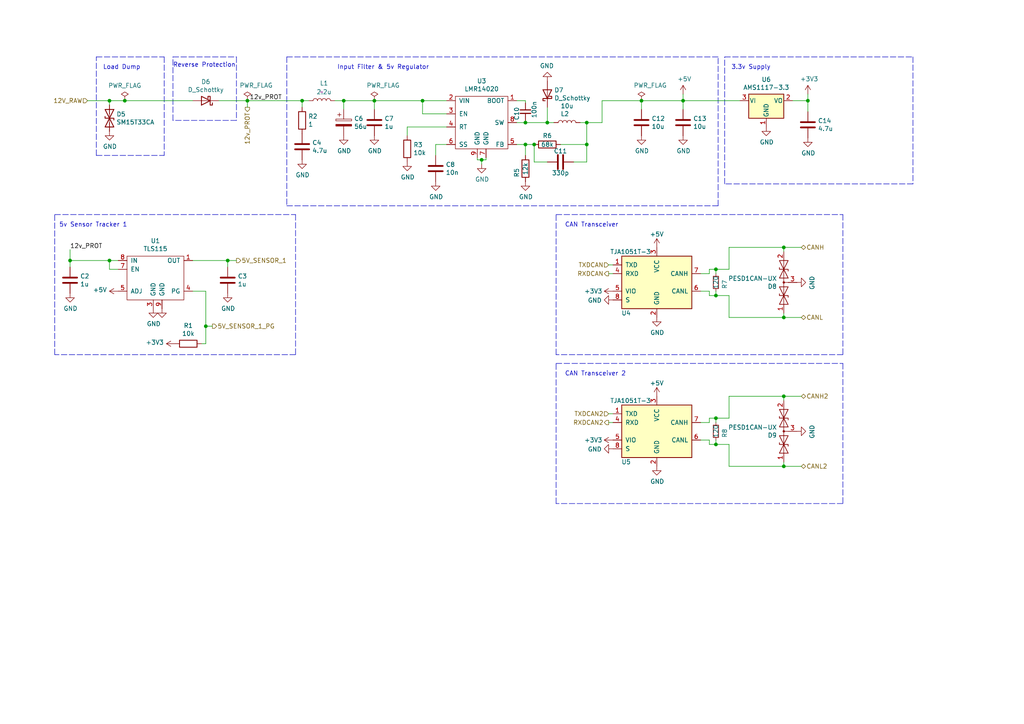
<source format=kicad_sch>
(kicad_sch (version 20211123) (generator eeschema)
  (paper "A4")
  (title_block (title "rusEfi Proteus") (date "2022-04-09") (rev "v0.7") (company "rusEFI") (comment 1 "github.com/mck1117/proteus") (comment 2 "rusefi.com/s/proteus"))
  (lib_symbols
    (symbol "Device:C" (pin_numbers hide) (pin_names (offset 0.254))
      (property "Reference" "C" (at 0.635 2.54 0))
      (property "Value" "C" (at 0.635 -2.54 0))
      (symbol "C_0_1"
        (polyline (pts (xy -2.032 -0.762) (xy 2.032 -0.762)) (stroke (width 0.508)))
        (polyline (pts (xy -2.032 0.762) (xy 2.032 0.762)) (stroke (width 0.508)))
      )
      (symbol "C_1_1"
        (pin passive line (at 0 3.81 270) (length 2.794) (name "~") (number "1"))
        (pin passive line (at 0 -3.81 90) (length 2.794) (name "~") (number "2"))
      )
    )
    (symbol "Device:C_Small" (pin_numbers hide) (pin_names (offset 0.254) hide)
      (property "Reference" "C" (at 0.254 1.778 0))
      (property "Value" "C_Small" (at 0.254 -2.032 0))
      (symbol "C_Small_0_1"
        (polyline (pts (xy -1.524 -0.508) (xy 1.524 -0.508)) (stroke (width 0.3302)))
        (polyline (pts (xy -1.524 0.508) (xy 1.524 0.508)) (stroke (width 0.3048)))
      )
      (symbol "C_Small_1_1"
        (pin passive line (at 0 2.54 270) (length 2.032) (name "~") (number "1"))
        (pin passive line (at 0 -2.54 90) (length 2.032) (name "~") (number "2"))
      )
    )
    (symbol "Device:D_Schottky" (pin_numbers hide) (pin_names (offset 1.016) hide)
      (property "Reference" "D" (at 0 2.54 0))
      (property "Value" "D_Schottky" (at 0 -2.54 0))
      (symbol "D_Schottky_0_1"
        (polyline (pts (xy 1.27 0) (xy -1.27 0)))
        (polyline (pts (xy 1.27 1.27) (xy 1.27 -1.27) (xy -1.27 0) (xy 1.27 1.27)) (stroke (width 0.254)))
        (polyline (pts (xy -1.905 0.635) (xy -1.905 1.27) (xy -1.27 1.27) (xy -1.27 -1.27) (xy -0.635 -1.27) (xy -0.635 -0.635)) (stroke (width 0.254)))
      )
      (symbol "D_Schottky_1_1"
        (pin passive line (at -3.81 0 0) (length 2.54) (name "K") (number "1"))
        (pin passive line (at 3.81 0 180) (length 2.54) (name "A") (number "2"))
      )
    )
    (symbol "Device:D_TVS" (pin_numbers hide) (pin_names (offset 1.016) hide)
      (property "Reference" "D" (at 0 2.54 0))
      (property "Value" "D_TVS" (at 0 -2.54 0))
      (symbol "D_TVS_0_1"
        (polyline (pts (xy 1.27 0) (xy -1.27 0)))
        (polyline (pts (xy 0.508 1.27) (xy 0 1.27) (xy 0 -1.27) (xy -0.508 -1.27)) (stroke (width 0.254)))
        (polyline (pts (xy -2.54 1.27) (xy -2.54 -1.27) (xy 2.54 1.27) (xy 2.54 -1.27) (xy -2.54 1.27)) (stroke (width 0.254)))
      )
      (symbol "D_TVS_1_1"
        (pin passive line (at -3.81 0 0) (length 2.54) (name "A1") (number "1"))
        (pin passive line (at 3.81 0 180) (length 2.54) (name "A2") (number "2"))
      )
    )
    (symbol "Device:L" (pin_numbers hide) (pin_names (offset 1.016) hide)
      (property "Reference" "L" (at -1.27 0 90))
      (property "Value" "L" (at 1.905 0 90))
      (symbol "L_0_1"
        (arc (start 0 -2.54) (mid 0.635 -1.905) (end 0 -1.27))
        (arc (start 0 -1.27) (mid 0.635 -0.635) (end 0 0))
        (arc (start 0 0) (mid 0.635 0.635) (end 0 1.27))
        (arc (start 0 1.27) (mid 0.635 1.905) (end 0 2.54))
      )
      (symbol "L_1_1"
        (pin passive line (at 0 3.81 270) (length 1.27) (name "1") (number "1"))
        (pin passive line (at 0 -3.81 90) (length 1.27) (name "2") (number "2"))
      )
    )
    (symbol "Device:R" (pin_numbers hide) (pin_names (offset 0))
      (property "Reference" "R" (at 2.032 0 90))
      (property "Value" "R" (at 0 0 90))
      (symbol "R_0_1"
        (rectangle (start -1.016 -2.54) (end 1.016 2.54) (stroke (width 0.254)))
      )
      (symbol "R_1_1"
        (pin passive line (at 0 3.81 270) (length 1.27) (name "~") (number "1"))
        (pin passive line (at 0 -3.81 90) (length 1.27) (name "~") (number "2"))
      )
    )
    (symbol "Device:R_Small" (pin_numbers hide) (pin_names (offset 0.254) hide)
      (property "Reference" "R" (at 0.762 0.508 0))
      (property "Value" "R_Small" (at 0.762 -1.016 0))
      (symbol "R_Small_0_1"
        (rectangle (start -0.762 1.778) (end 0.762 -1.778) (stroke (width 0.2032)))
      )
      (symbol "R_Small_1_1"
        (pin passive line (at 0 2.54 270) (length 0.762) (name "~") (number "1"))
        (pin passive line (at 0 -2.54 90) (length 0.762) (name "~") (number "2"))
      )
    )
    (symbol "Interface_CAN_LIN:TJA1051T-3" (pin_names (offset 1.016))
      (property "Reference" "U" (at -10.16 8.89 0))
      (property "Value" "TJA1051T-3" (at 1.27 8.89 0))
      (symbol "TJA1051T-3_0_1"
        (rectangle (start -10.16 7.62) (end 10.16 -7.62) (stroke (width 0.254)) (fill (type background)))
      )
      (symbol "TJA1051T-3_1_1"
        (pin input line (at -12.7 5.08 0) (length 2.54) (name "TXD") (number "1"))
        (pin power_in line (at 0 -10.16 90) (length 2.54) (name "GND") (number "2"))
        (pin power_in line (at 0 10.16 270) (length 2.54) (name "VCC") (number "3"))
        (pin output line (at -12.7 2.54 0) (length 2.54) (name "RXD") (number "4"))
        (pin power_in line (at -12.7 -2.54 0) (length 2.54) (name "VIO") (number "5"))
        (pin bidirectional line (at 12.7 -2.54 180) (length 2.54) (name "CANL") (number "6"))
        (pin bidirectional line (at 12.7 2.54 180) (length 2.54) (name "CANH") (number "7"))
        (pin input line (at -12.7 -5.08 0) (length 2.54) (name "S") (number "8"))
      )
    )
    (symbol "Regulator_Linear:AMS1117-3.3" (pin_names (offset 0.254))
      (property "Reference" "U" (at -3.81 3.175 0))
      (property "Value" "AMS1117-3.3" (at 0 3.175 0))
      (symbol "AMS1117-3.3_0_1"
        (rectangle (start -5.08 -5.08) (end 5.08 1.905) (stroke (width 0.254)) (fill (type background)))
      )
      (symbol "AMS1117-3.3_1_1"
        (pin power_in line (at 0 -7.62 90) (length 2.54) (name "GND") (number "1"))
        (pin power_out line (at 7.62 0 180) (length 2.54) (name "VO") (number "2"))
        (pin power_in line (at -7.62 0 0) (length 2.54) (name "VI") (number "3"))
      )
    )
    (symbol "infineon_psu:TLS115" (pin_names (offset 1.016))
      (property "Reference" "U" (at -6.35 -10.16 0))
      (property "Value" "TLS115" (at -3.81 5.08 0))
      (symbol "TLS115_0_1"
        (rectangle (start -7.62 3.81) (end 8.89 -8.89))
      )
      (symbol "TLS115_1_1"
        (pin output line (at 11.43 2.54 180) (length 2.54) (name "OUT") (number "1"))
        (pin no_connect line (at 0 0 0) (length 2.54) hide (name "~") (number "2"))
        (pin power_in line (at 0 -11.43 90) (length 2.54) (name "GND") (number "3"))
        (pin open_collector line (at 11.43 -6.35 180) (length 2.54) (name "PG") (number "4"))
        (pin input line (at -10.16 -6.35 0) (length 2.54) (name "ADJ") (number "5"))
        (pin no_connect line (at 0 -2.54 0) (length 2.54) hide (name "~") (number "6"))
        (pin input line (at -10.16 0 0) (length 2.54) (name "EN") (number "7"))
        (pin power_in line (at -10.16 2.54 0) (length 2.54) (name "IN") (number "8"))
        (pin power_in line (at 2.54 -11.43 90) (length 2.54) (name "GND") (number "9"))
      )
    )
    (symbol "lmr14020:LMR14020" (pin_names (offset 1.016))
      (property "Reference" "U" (at -3.81 -11.43 0))
      (property "Value" "LMR14020" (at 2.54 8.89 0))
      (symbol "LMR14020_0_1"
        (rectangle (start -5.08 -8.89) (end 10.16 6.35))
      )
      (symbol "LMR14020_1_1"
        (pin bidirectional line (at 12.7 5.08 180) (length 2.54) (name "BOOT") (number "1"))
        (pin power_in line (at -7.62 5.08 0) (length 2.54) (name "VIN") (number "2"))
        (pin input line (at -7.62 1.27 0) (length 2.54) (name "EN") (number "3"))
        (pin bidirectional line (at -7.62 -2.54 0) (length 2.54) (name "RT") (number "4"))
        (pin input line (at 12.7 -7.62 180) (length 2.54) (name "FB") (number "5"))
        (pin bidirectional line (at -7.62 -7.62 0) (length 2.54) (name "SS") (number "6"))
        (pin power_in line (at 3.81 -11.43 90) (length 2.54) (name "GND") (number "7"))
        (pin power_out line (at 12.7 -1.27 180) (length 2.54) (name "SW") (number "8"))
        (pin power_in line (at 1.27 -11.43 90) (length 2.54) (name "GND") (number "9"))
      )
    )
    (symbol "power:+5V" (power) (pin_names (offset 0))
      (property "Value" "+5V" (at 0 3.556 0))
      (symbol "+5V_0_1"
        (polyline (pts (xy -0.762 1.27) (xy 0 2.54)))
        (polyline (pts (xy 0 0) (xy 0 2.54)))
        (polyline (pts (xy 0 2.54) (xy 0.762 1.27)))
      )
      (symbol "+5V_1_1"
        (pin power_in line (at 0 0 90) (length 0) hide (name "+5V") (number "1"))
      )
    )
    (symbol "power:GND" (power) (pin_names (offset 0))
      (property "Value" "GND" (at 0 -3.81 0))
      (symbol "GND_0_1"
        (polyline (pts (xy 0 0) (xy 0 -1.27) (xy 1.27 -1.27) (xy 0 -2.54) (xy -1.27 -1.27) (xy 0 -1.27)))
      )
      (symbol "GND_1_1"
        (pin power_in line (at 0 0 270) (length 0) hide (name "GND") (number "1"))
      )
    )
    (symbol "power:PWR_FLAG" (power) (pin_numbers hide) (pin_names (offset 0) hide)
      (property "Value" "PWR_FLAG" (at 0 3.81 0))
      (symbol "PWR_FLAG_0_0"
        (pin power_out line (at 0 0 90) (length 0) (name "pwr") (number "1"))
      )
      (symbol "PWR_FLAG_0_1"
        (polyline (pts (xy 0 0) (xy 0 1.27) (xy -1.016 1.905) (xy 0 2.54) (xy 1.016 1.905) (xy 0 1.27)))
      )
    )
    (symbol "proteus-rescue:+3.3V-power" (power) (pin_names (offset 0))
      (property "Value" "+3.3V-power" (at 0 3.556 0))
      (symbol "+3.3V-power_0_1"
        (polyline (pts (xy -0.762 1.27) (xy 0 2.54)))
        (polyline (pts (xy 0 0) (xy 0 2.54)))
        (polyline (pts (xy 0 2.54) (xy 0.762 1.27)))
      )
      (symbol "+3.3V-power_1_1"
        (pin power_in line (at 0 0 90) (length 0) hide (name "+3V3") (number "1"))
      )
    )
    (symbol "proteus-rescue:CP-Device" (pin_numbers hide) (pin_names (offset 0.254))
      (property "Reference" "C" (at 0.635 2.54 0))
      (property "Value" "CP-Device" (at 0.635 -2.54 0))
      (symbol "CP-Device_0_1"
        (rectangle (start -2.286 0.508) (end 2.286 1.016))
        (polyline (pts (xy -1.778 2.286) (xy -0.762 2.286)))
        (polyline (pts (xy -1.27 2.794) (xy -1.27 1.778)))
        (rectangle (start 2.286 -0.508) (end -2.286 -1.016) (fill (type outline)))
      )
      (symbol "CP-Device_1_1"
        (pin passive line (at 0 3.81 270) (length 2.794) (name "~") (number "1"))
        (pin passive line (at 0 -3.81 90) (length 2.794) (name "~") (number "2"))
      )
    )
    (symbol "proteus-rescue:D_TVS_x2_AAC-Device" (pin_names (offset 1.016) hide)
      (property "Reference" "D" (at 0 4.445 0))
      (property "Value" "D_TVS_x2_AAC-Device" (at 0 2.54 0))
      (symbol "D_TVS_x2_AAC-Device_0_0"
        (polyline (pts (xy 0 -1.27) (xy 0 0)))
      )
      (symbol "D_TVS_x2_AAC-Device_0_1"
        (polyline (pts (xy -6.35 0) (xy 6.35 0)))
        (polyline (pts (xy -3.302 1.27) (xy -3.81 1.27) (xy -3.81 -1.27) (xy -4.318 -1.27)) (stroke (width 0.2032)))
        (polyline (pts (xy 4.318 1.27) (xy 3.81 1.27) (xy 3.81 -1.27) (xy 3.302 -1.27)) (stroke (width 0.2032)))
        (polyline (pts (xy -6.35 -1.27) (xy -1.27 1.27) (xy -1.27 -1.27) (xy -6.35 1.27) (xy -6.35 -1.27)) (stroke (width 0.2032)))
        (polyline (pts (xy 1.27 -1.27) (xy 1.27 1.27) (xy 6.35 -1.27) (xy 6.35 1.27) (xy 1.27 -1.27)) (stroke (width 0.2032)))
        (circle (center 0 0) (radius 0.254) (fill (type outline)))
      )
      (symbol "D_TVS_x2_AAC-Device_1_1"
        (pin passive line (at -8.89 0 0) (length 2.54) (name "A1") (number "1"))
        (pin passive line (at 8.89 0 180) (length 2.54) (name "A2") (number "2"))
        (pin input line (at 0 -3.81 90) (length 2.54) (name "common") (number "3"))
      )
    )
  )
  (junction (at 59.69 94.615))
  (junction (at 66.04 75.565))
  (junction (at 227.33 92.075))
  (junction (at 31.75 75.565))
  (junction (at 170.18 35.56))
  (junction (at 99.695 29.21))
  (junction (at 207.645 85.725))
  (junction (at 87.63 29.21))
  (junction (at 139.7 46.355))
  (junction (at 152.4 41.91))
  (junction (at 20.32 75.565))
  (junction (at 158.75 35.56))
  (junction (at 227.33 114.935))
  (junction (at 154.94 41.91))
  (junction (at 234.315 29.21))
  (junction (at 207.645 121.285))
  (junction (at 108.585 29.21))
  (junction (at 207.645 128.905))
  (junction (at 198.12 29.21))
  (junction (at 31.75 29.21))
  (junction (at 122.555 29.21))
  (junction (at 227.33 135.255))
  (junction (at 152.4 35.56))
  (junction (at 207.645 78.105))
  (junction (at 186.055 29.21))
  (junction (at 36.195 29.21))
  (junction (at 71.755 29.21))
  (junction (at 227.33 71.755))
  (junction (at 170.18 41.91))
  (wire (pts (xy 198.12 27.305) (xy 198.12 29.21)))
  (polyline (pts (xy 50.165 16.51) (xy 68.58 16.51)))
  (wire (pts (xy 227.33 92.075) (xy 227.33 90.805)))
  (wire (pts (xy 20.32 72.39) (xy 20.32 75.565)))
  (wire (pts (xy 207.645 128.905) (xy 205.74 128.905)))
  (wire (pts (xy 55.88 75.565) (xy 66.04 75.565)))
  (polyline (pts (xy 244.475 62.23) (xy 244.475 102.87)))
  (wire (pts (xy 207.645 84.455) (xy 207.645 85.725)))
  (wire (pts (xy 232.41 114.935) (xy 227.33 114.935)))
  (polyline (pts (xy 85.725 62.23) (xy 85.725 102.87)))
  (wire (pts (xy 227.33 92.075) (xy 211.455 92.075)))
  (wire (pts (xy 229.87 29.21) (xy 234.315 29.21)))
  (polyline (pts (xy 264.795 16.51) (xy 264.795 53.34)))
  (wire (pts (xy 55.88 29.21) (xy 36.195 29.21)))
  (polyline (pts (xy 27.94 45.085) (xy 47.625 45.085)))
  (wire (pts (xy 58.42 99.695) (xy 59.69 99.695)))
  (wire (pts (xy 20.32 75.565) (xy 31.75 75.565)))
  (wire (pts (xy 34.29 78.105) (xy 31.75 78.105)))
  (polyline (pts (xy 161.29 62.23) (xy 244.475 62.23)))
  (wire (pts (xy 227.33 135.255) (xy 227.33 133.985)))
  (wire (pts (xy 177.8 76.835) (xy 176.53 76.835)))
  (wire (pts (xy 68.58 75.565) (xy 66.04 75.565)))
  (wire (pts (xy 122.555 33.02) (xy 129.54 33.02)))
  (wire (pts (xy 149.86 29.21) (xy 152.4 29.21)))
  (polyline (pts (xy 47.625 16.51) (xy 47.625 45.085)))
  (wire (pts (xy 170.18 41.91) (xy 170.18 46.99)))
  (wire (pts (xy 170.18 46.99) (xy 166.37 46.99)))
  (wire (pts (xy 205.74 79.375) (xy 205.74 78.105)))
  (wire (pts (xy 139.7 47.625) (xy 139.7 46.355)))
  (wire (pts (xy 170.18 41.91) (xy 170.18 35.56)))
  (wire (pts (xy 174.625 35.56) (xy 174.625 29.21)))
  (wire (pts (xy 162.56 41.91) (xy 170.18 41.91)))
  (wire (pts (xy 158.75 46.99) (xy 154.94 46.99)))
  (wire (pts (xy 152.4 41.91) (xy 154.94 41.91)))
  (wire (pts (xy 227.33 71.755) (xy 227.33 73.025)))
  (wire (pts (xy 122.555 29.21) (xy 129.54 29.21)))
  (wire (pts (xy 207.645 78.105) (xy 205.74 78.105)))
  (wire (pts (xy 170.18 35.56) (xy 174.625 35.56)))
  (wire (pts (xy 203.2 79.375) (xy 205.74 79.375)))
  (wire (pts (xy 207.645 85.725) (xy 205.74 85.725)))
  (polyline (pts (xy 208.28 16.51) (xy 83.185 16.51)))
  (wire (pts (xy 186.055 29.21) (xy 198.12 29.21)))
  (wire (pts (xy 152.4 35.56) (xy 158.75 35.56)))
  (wire (pts (xy 31.75 78.105) (xy 31.75 75.565)))
  (wire (pts (xy 234.315 29.21) (xy 234.315 32.385)))
  (wire (pts (xy 232.41 71.755) (xy 227.33 71.755)))
  (wire (pts (xy 207.645 127.635) (xy 207.645 128.905)))
  (wire (pts (xy 138.43 46.355) (xy 139.7 46.355)))
  (wire (pts (xy 227.33 135.255) (xy 211.455 135.255)))
  (wire (pts (xy 55.88 84.455) (xy 59.69 84.455)))
  (polyline (pts (xy 68.58 34.925) (xy 50.165 34.925)))
  (polyline (pts (xy 15.875 102.87) (xy 15.875 62.23)))
  (polyline (pts (xy 50.165 34.925) (xy 50.165 16.51)))
  (wire (pts (xy 211.455 114.935) (xy 211.455 121.285)))
  (polyline (pts (xy 83.185 59.69) (xy 208.28 59.69)))
  (wire (pts (xy 198.12 29.21) (xy 214.63 29.21)))
  (wire (pts (xy 25.4 29.21) (xy 31.75 29.21)))
  (wire (pts (xy 211.455 92.075) (xy 211.455 85.725)))
  (wire (pts (xy 177.8 120.015) (xy 176.53 120.015)))
  (wire (pts (xy 207.645 122.555) (xy 207.645 121.285)))
  (wire (pts (xy 207.645 79.375) (xy 207.645 78.105)))
  (wire (pts (xy 186.055 29.21) (xy 186.055 31.75)))
  (wire (pts (xy 108.585 31.75) (xy 108.585 29.21)))
  (wire (pts (xy 198.12 29.21) (xy 198.12 31.75)))
  (wire (pts (xy 158.75 35.56) (xy 160.655 35.56)))
  (wire (pts (xy 211.455 71.755) (xy 211.455 78.105)))
  (wire (pts (xy 59.69 99.695) (xy 59.69 94.615)))
  (wire (pts (xy 227.33 114.935) (xy 227.33 116.205)))
  (wire (pts (xy 149.86 35.56) (xy 152.4 35.56)))
  (wire (pts (xy 203.2 127.635) (xy 205.74 127.635)))
  (wire (pts (xy 234.315 27.305) (xy 234.315 29.21)))
  (wire (pts (xy 168.275 35.56) (xy 170.18 35.56)))
  (polyline (pts (xy 68.58 16.51) (xy 68.58 34.925)))
  (wire (pts (xy 61.595 94.615) (xy 59.69 94.615)))
  (wire (pts (xy 227.33 71.755) (xy 211.455 71.755)))
  (polyline (pts (xy 244.475 102.87) (xy 161.29 102.87)))
  (wire (pts (xy 203.2 122.555) (xy 205.74 122.555)))
  (wire (pts (xy 207.645 121.285) (xy 205.74 121.285)))
  (wire (pts (xy 152.4 41.91) (xy 152.4 45.085)))
  (wire (pts (xy 20.32 77.47) (xy 20.32 75.565)))
  (wire (pts (xy 207.645 78.105) (xy 211.455 78.105)))
  (polyline (pts (xy 85.725 102.87) (xy 15.875 102.87)))
  (wire (pts (xy 174.625 29.21) (xy 186.055 29.21)))
  (wire (pts (xy 31.75 75.565) (xy 34.29 75.565)))
  (wire (pts (xy 207.645 121.285) (xy 211.455 121.285)))
  (wire (pts (xy 59.69 84.455) (xy 59.69 94.615)))
  (wire (pts (xy 211.455 85.725) (xy 207.645 85.725)))
  (polyline (pts (xy 161.29 105.41) (xy 244.475 105.41)))
  (polyline (pts (xy 264.795 53.34) (xy 210.185 53.34)))
  (wire (pts (xy 232.41 92.075) (xy 227.33 92.075)))
  (wire (pts (xy 138.43 45.72) (xy 138.43 46.355)))
  (polyline (pts (xy 83.185 16.51) (xy 83.185 59.69)))
  (polyline (pts (xy 27.94 45.085) (xy 27.94 16.51)))
  (wire (pts (xy 227.33 114.935) (xy 211.455 114.935)))
  (wire (pts (xy 176.53 79.375) (xy 177.8 79.375)))
  (wire (pts (xy 154.94 46.99) (xy 154.94 41.91)))
  (wire (pts (xy 71.755 29.21) (xy 87.63 29.21)))
  (polyline (pts (xy 161.29 146.05) (xy 161.29 105.41)))
  (wire (pts (xy 87.63 29.21) (xy 87.63 31.115)))
  (wire (pts (xy 211.455 128.905) (xy 207.645 128.905)))
  (polyline (pts (xy 161.29 102.87) (xy 161.29 62.23)))
  (polyline (pts (xy 244.475 105.41) (xy 244.475 146.05)))
  (polyline (pts (xy 244.475 146.05) (xy 161.29 146.05)))
  (wire (pts (xy 126.365 45.085) (xy 126.365 41.91)))
  (wire (pts (xy 118.11 36.83) (xy 129.54 36.83)))
  (wire (pts (xy 232.41 135.255) (xy 227.33 135.255)))
  (wire (pts (xy 31.75 29.21) (xy 31.75 30.48)))
  (wire (pts (xy 158.75 31.115) (xy 158.75 35.56)))
  (wire (pts (xy 205.74 127.635) (xy 205.74 128.905)))
  (wire (pts (xy 126.365 41.91) (xy 129.54 41.91)))
  (wire (pts (xy 122.555 29.21) (xy 122.555 33.02)))
  (wire (pts (xy 140.97 46.355) (xy 140.97 45.72)))
  (wire (pts (xy 149.86 41.91) (xy 152.4 41.91)))
  (wire (pts (xy 63.5 29.21) (xy 71.755 29.21)))
  (wire (pts (xy 87.63 29.21) (xy 89.535 29.21)))
  (wire (pts (xy 203.2 84.455) (xy 205.74 84.455)))
  (wire (pts (xy 66.04 75.565) (xy 66.04 77.47)))
  (wire (pts (xy 205.74 84.455) (xy 205.74 85.725)))
  (polyline (pts (xy 210.185 53.34) (xy 210.185 16.51)))
  (polyline (pts (xy 210.185 16.51) (xy 264.795 16.51)))
  (wire (pts (xy 139.7 46.355) (xy 140.97 46.355)))
  (wire (pts (xy 99.695 29.21) (xy 99.695 31.75)))
  (wire (pts (xy 71.755 31.115) (xy 71.755 29.21)))
  (wire (pts (xy 176.53 122.555) (xy 177.8 122.555)))
  (wire (pts (xy 36.195 29.21) (xy 31.75 29.21)))
  (wire (pts (xy 205.74 122.555) (xy 205.74 121.285)))
  (wire (pts (xy 211.455 135.255) (xy 211.455 128.905)))
  (polyline (pts (xy 15.875 62.23) (xy 85.725 62.23)))
  (wire (pts (xy 99.695 29.21) (xy 108.585 29.21)))
  (wire (pts (xy 152.4 34.925) (xy 152.4 35.56)))
  (polyline (pts (xy 208.28 59.69) (xy 208.28 16.51)))
  (wire (pts (xy 152.4 29.21) (xy 152.4 29.845)))
  (polyline (pts (xy 27.94 16.51) (xy 47.625 16.51)))
  (wire (pts (xy 108.585 29.21) (xy 122.555 29.21)))
  (wire (pts (xy 97.155 29.21) (xy 99.695 29.21)))
  (wire (pts (xy 118.11 39.37) (xy 118.11 36.83)))
  (text "CAN Transceiver" (at 163.83 66.04 0) (effects (font (size 1.27 1.27)) (justify left bottom)))
  (text "Input Filter & 5v Regulator" (at 97.79 20.32 0) (effects (font (size 1.27 1.27)) (justify left bottom)))
  (text "3.3v Supply" (at 212.09 20.32 0) (effects (font (size 1.27 1.27)) (justify left bottom)))
  (text "CAN Transceiver 2" (at 163.83 109.22 0) (effects (font (size 1.27 1.27)) (justify left bottom)))
  (text "Reverse Protection" (at 50.165 19.685 0) (effects (font (size 1.27 1.27)) (justify left bottom)))
  (text "5v Sensor Tracker 1" (at 17.145 66.04 0) (effects (font (size 1.27 1.27)) (justify left bottom)))
  (text "Load Dump" (at 29.845 20.32 0) (effects (font (size 1.27 1.27)) (justify left bottom)))
  (label "12v_PROT" (at 72.39 29.21 0))
  (label "12v_PROT" (at 20.32 72.39 0))
  (hierarchical_label "CANL2" (shape bidirectional) (at 232.41 135.255 0))
  (hierarchical_label "RXDCAN2" (shape output) (at 176.53 122.555 180))
  (hierarchical_label "CANH2" (shape bidirectional) (at 232.41 114.935 0))
  (hierarchical_label "12V_RAW" (shape input) (at 25.4 29.21 180))
  (hierarchical_label "CANH" (shape bidirectional) (at 232.41 71.755 0))
  (hierarchical_label "TXDCAN" (shape input) (at 176.53 76.835 180))
  (hierarchical_label "5V_SENSOR_1" (shape output) (at 68.58 75.565 0))
  (hierarchical_label "TXDCAN2" (shape input) (at 176.53 120.015 180))
  (hierarchical_label "5V_SENSOR_1_PG" (shape output) (at 61.595 94.615 0))
  (hierarchical_label "12v_PROT" (shape output) (at 71.755 31.115 270))
  (hierarchical_label "RXDCAN" (shape output) (at 176.53 79.375 180))
  (hierarchical_label "CANL" (shape bidirectional) (at 232.41 92.075 0))
  (symbol (lib_id "Device:L") (at 164.465 35.56 90) (unit 1)
    (property "Reference" "L2" (at 163.83 33.02 90))
    (property "Value" "10u" (at 164.465 30.734 90))
    (property "Footprint" "sunlord-MWSA0503:MWSA0503" (effects hide))
    (property "LCSC" "C408412" (effects hide))
    (property "LCSC_ext" "1" (effects hide))
    (property "possible_not_ext" "1" (effects hide))
  )
  (symbol (lib_id "Device:C") (at 186.055 35.56 0) (unit 1)
    (property "Reference" "C12" (at 188.976 34.3916 0) (effects (justify left)))
    (property "Value" "10u" (at 188.976 36.703 0) (effects (justify left)))
    (property "Footprint" "Capacitor_SMD:C_1206_3216Metric" (effects hide))
    (property "LCSC" "C13585" (effects hide))
    (property "LCSC_ext" "0" (effects hide))
  )
  (symbol (lib_id "power:GND") (at 186.055 39.37 0) (unit 1)
    (property "Reference" "#PWR039" (effects hide))
    (property "Value" "GND" (at 186.182 43.7642 0))
  )
  (symbol (lib_id "power:GND") (at 99.695 39.37 0) (unit 1)
    (property "Reference" "#PWR023" (effects hide))
    (property "Value" "GND" (at 99.822 43.7642 0))
  )
  (symbol (lib_id "power:+5V") (at 198.12 27.305 0) (unit 1)
    (property "Reference" "#PWR044" (effects hide))
    (property "Value" "+5V" (at 198.501 22.9108 0))
  )
  (symbol (lib_id "Device:C") (at 108.585 35.56 0) (unit 1)
    (property "Reference" "C7" (at 111.506 34.3916 0) (effects (justify left)))
    (property "Value" "1u" (at 111.506 36.703 0) (effects (justify left)))
    (property "Footprint" "Capacitor_SMD:C_0603_1608Metric" (effects hide))
    (property "LCSC" "C15849" (effects hide))
    (property "LCSC_ext" "0" (effects hide))
  )
  (symbol (lib_id "power:GND") (at 108.585 39.37 0) (unit 1)
    (property "Reference" "#PWR025" (effects hide))
    (property "Value" "GND" (at 108.712 43.7642 0))
  )
  (symbol (lib_id "Device:R_Small") (at 207.645 81.915 0) (mirror y) (unit 1)
    (property "Reference" "R7" (at 210.185 83.82 90) (effects (justify left)))
    (property "Value" "120" (at 207.645 83.82 90) (effects (justify left)))
    (property "Footprint" "Resistor_SMD:R_0603_1608Metric" (effects hide))
    (property "LCSC" "C22787" (effects hide))
    (property "LCSC_ext" "0" (effects hide))
  )
  (symbol (lib_id "Device:D_TVS") (at 31.75 34.29 270) (unit 1)
    (property "Reference" "D5" (at 33.7566 33.1216 90) (effects (justify left)))
    (property "Value" "SM15T33CA" (at 33.7566 35.433 90) (effects (justify left)))
    (property "Footprint" "Diode_SMD:D_SMC" (effects hide))
    (property "PN" "SM15T33CA" (effects hide))
    (property "LCSC" "C151281" (effects hide))
    (property "LCSC_ext" "1" (effects hide))
    (property "possible_not_ext" "1" (effects hide))
  )
  (symbol (lib_id "power:GND") (at 31.75 38.1 0) (unit 1)
    (property "Reference" "#PWR015" (effects hide))
    (property "Value" "GND" (at 31.877 42.4942 0))
  )
  (symbol (lib_id "proteus-rescue:CP-Device") (at 99.695 35.56 0) (unit 1)
    (property "Reference" "C6" (at 102.6922 34.3916 0) (effects (justify left)))
    (property "Value" "56u" (at 102.6922 36.703 0) (effects (justify left)))
    (property "Footprint" "Capacitor_THT:CP_Radial_D8.0mm_P3.50mm" (effects hide))
    (property "PN" "EEH-AZF1H560B" (effects hide))
    (property "LCSC" "N/A" (effects hide))
  )
  (symbol (lib_id "proteus-rescue:+3.3V-power") (at 234.315 27.305 0) (unit 1)
    (property "Reference" "#PWR049" (effects hide))
    (property "Value" "+3.3V" (at 234.696 22.9108 0))
  )
  (symbol (lib_id "Device:L") (at 93.345 29.21 90) (unit 1)
    (property "Reference" "L1" (at 93.98 24.13 90))
    (property "Value" "2.2u" (at 93.98 26.67 90))
    (property "Footprint" "Inductor_SMD:L_1210_3225Metric" (effects hide))
    (property "Datasheet" "~" (at 93.345 26.67 90))
    (property "PN" "SRN3015TA-2R2M" (effects hide))
    (property "LCSC" "C36828" (effects hide))
    (property "LCSC_ext" "1" (effects hide))
    (property "possible_not_ext" "1" (effects hide))
  )
  (symbol (lib_id "Device:C") (at 87.63 42.545 0) (unit 1)
    (property "Reference" "C4" (at 90.551 41.3766 0) (effects (justify left)))
    (property "Value" "4.7u" (at 90.551 43.688 0) (effects (justify left)))
    (property "Footprint" "Capacitor_SMD:C_0603_1608Metric" (effects hide))
    (property "LCSC" "C19666" (effects hide))
    (property "LCSC_ext" "0" (effects hide))
  )
  (symbol (lib_id "power:GND") (at 87.63 46.355 0) (unit 1)
    (property "Reference" "#PWR021" (effects hide))
    (property "Value" "GND" (at 87.757 50.7492 0))
  )
  (symbol (lib_id "infineon_psu:TLS115") (at 44.45 78.105 0) (unit 1)
    (property "Reference" "U1" (at 45.085 69.85 0))
    (property "Value" "TLS115" (at 45.085 72.1614 0))
    (property "Footprint" "Package_SO:Infineon_PG-DSO-8-43" (effects hide))
    (property "PN" "TLS115D0E" (effects hide))
    (property "LCSC" "N/A" (effects hide))
  )
  (symbol (lib_id "power:+5V") (at 34.29 84.455 90) (unit 1)
    (property "Reference" "#PWR016" (effects hide))
    (property "Value" "+5V" (at 31.0388 84.074 90) (effects (justify left)))
  )
  (symbol (lib_id "power:GND") (at 44.45 89.535 0) (unit 1)
    (property "Reference" "#PWR017" (effects hide))
    (property "Value" "GND" (at 44.577 93.9292 0))
  )
  (symbol (lib_id "power:GND") (at 46.99 89.535 0) (unit 1)
    (property "Reference" "#PWR018" (effects hide))
    (property "Value" "GND" (effects hide))
  )
  (symbol (lib_id "Device:C") (at 66.04 81.28 0) (unit 1)
    (property "Reference" "C3" (at 68.961 80.1116 0) (effects (justify left)))
    (property "Value" "1u" (at 68.961 82.423 0) (effects (justify left)))
    (property "Footprint" "Capacitor_SMD:C_0603_1608Metric" (effects hide))
    (property "LCSC" "C15849" (effects hide))
    (property "LCSC_ext" "0" (effects hide))
  )
  (symbol (lib_id "power:GND") (at 66.04 85.09 0) (unit 1)
    (property "Reference" "#PWR020" (effects hide))
    (property "Value" "GND" (at 66.167 89.4842 0))
  )
  (symbol (lib_id "Device:C") (at 20.32 81.28 0) (unit 1)
    (property "Reference" "C2" (at 23.241 80.1116 0) (effects (justify left)))
    (property "Value" "1u" (at 23.241 82.423 0) (effects (justify left)))
    (property "Footprint" "Capacitor_SMD:C_0603_1608Metric" (effects hide))
    (property "LCSC" "C15849" (effects hide))
    (property "LCSC_ext" "0" (effects hide))
  )
  (symbol (lib_id "power:GND") (at 20.32 85.09 0) (unit 1)
    (property "Reference" "#PWR014" (effects hide))
    (property "Value" "GND" (at 20.447 89.4842 0))
  )
  (symbol (lib_id "Device:R") (at 54.61 99.695 270) (unit 1)
    (property "Reference" "R1" (at 54.61 94.4372 90))
    (property "Value" "10k" (at 54.61 96.7486 90))
    (property "Footprint" "Resistor_SMD:R_0402_1005Metric" (effects hide))
    (property "LCSC" "C25744" (effects hide))
    (property "LCSC_ext" "0" (effects hide))
  )
  (symbol (lib_id "proteus-rescue:+3.3V-power") (at 50.8 99.695 90) (unit 1)
    (property "Reference" "#PWR019" (effects hide))
    (property "Value" "+3.3V" (at 47.5488 99.314 90) (effects (justify left)))
  )
  (symbol (lib_id "Device:D_Schottky") (at 59.69 29.21 180) (unit 1)
    (property "Reference" "D6" (at 59.69 23.7236 0))
    (property "Value" "D_Schottky" (at 59.69 26.035 0))
    (property "Footprint" "Diode_SMD:D_SMA" (effects hide))
    (property "LCSC" "C8678" (effects hide))
    (property "LCSC_ext" "0" (effects hide))
  )
  (symbol (lib_id "Device:C") (at 234.315 36.195 0) (unit 1)
    (property "Reference" "C14" (at 237.236 35.0266 0) (effects (justify left)))
    (property "Value" "4.7u" (at 237.236 37.338 0) (effects (justify left)))
    (property "Footprint" "Capacitor_SMD:C_0603_1608Metric" (effects hide))
    (property "LCSC" "C19666" (effects hide))
    (property "LCSC_ext" "0" (effects hide))
  )
  (symbol (lib_id "power:GND") (at 234.315 40.005 0) (unit 1)
    (property "Reference" "#PWR050" (effects hide))
    (property "Value" "GND" (at 234.442 44.3992 0))
  )
  (symbol (lib_id "proteus-rescue:D_TVS_x2_AAC-Device") (at 227.33 81.915 90) (unit 1)
    (property "Reference" "D8" (at 225.3488 83.0834 90) (effects (justify left)))
    (property "Value" "PESD1CAN-UX" (at 225.3488 80.772 90) (effects (justify left)))
    (property "Footprint" "Package_TO_SOT_SMD:SOT-323_SC-70" (effects hide))
    (property "PN" "PESD1CAN-UX" (effects hide))
    (property "LCSC" "C152727" (effects hide))
    (property "LCSC_ext" "1" (effects hide))
  )
  (symbol (lib_id "power:PWR_FLAG") (at 71.755 29.21 0) (unit 1)
    (property "Reference" "#FLG04" (effects hide))
    (property "Value" "PWR_FLAG" (at 74.295 24.765 0))
  )
  (symbol (lib_id "power:PWR_FLAG") (at 36.195 29.21 0) (unit 1)
    (property "Reference" "#FLG03" (effects hide))
    (property "Value" "PWR_FLAG" (at 36.195 24.8158 0))
  )
  (symbol (lib_id "power:GND") (at 231.14 81.915 90) (mirror x) (unit 1)
    (property "Reference" "#PWR047" (effects hide))
    (property "Value" "GND" (at 235.5342 82.042 0))
  )
  (symbol (lib_id "power:PWR_FLAG") (at 108.585 29.21 0) (unit 1)
    (property "Reference" "#FLG05" (effects hide))
    (property "Value" "PWR_FLAG" (at 111.125 24.765 0))
  )
  (symbol (lib_id "Device:R") (at 87.63 34.925 0) (unit 1)
    (property "Reference" "R2" (at 89.408 33.7566 0) (effects (justify left)))
    (property "Value" "1" (at 89.408 36.068 0) (effects (justify left)))
    (property "Footprint" "Resistor_SMD:R_0402_1005Metric" (effects hide))
    (property "LCSC" "C25086" (effects hide))
    (property "LCSC_ext" "0" (effects hide))
  )
  (symbol (lib_id "lmr14020:LMR14020") (at 137.16 34.29 0) (unit 1)
    (property "Reference" "U3" (at 139.7 23.495 0))
    (property "Value" "LMR14020" (at 139.7 25.8064 0))
    (property "Footprint" "Package_SO:SOIC-8-1EP_3.9x4.9mm_P1.27mm_EP2.29x3mm" (effects hide))
    (property "LCSC" "C187824" (effects hide))
    (property "LCSC_ext" "1" (effects hide))
    (property "PN" "LMR14020" (effects hide))
    (property "possible_not_ext" "0" (effects hide))
  )
  (symbol (lib_id "Device:C_Small") (at 152.4 32.385 0) (unit 1)
    (property "Reference" "C10" (at 149.86 34.925 90) (effects (justify left)))
    (property "Value" "100n" (at 154.94 34.29 90) (effects (justify left)))
    (property "Footprint" "Capacitor_SMD:C_0603_1608Metric" (effects hide))
    (property "LCSC" "C14663" (effects hide))
    (property "LCSC_ext" "0" (effects hide))
  )
  (symbol (lib_id "Device:R") (at 158.75 41.91 90) (unit 1)
    (property "Reference" "R6" (at 158.75 39.37 90))
    (property "Value" "68k" (at 158.75 41.91 90))
    (property "Footprint" "Resistor_SMD:R_0402_1005Metric" (effects hide))
    (property "LCSC" "C36871" (effects hide))
  )
  (symbol (lib_id "Device:R") (at 152.4 48.895 0) (unit 1)
    (property "Reference" "R5" (at 149.86 51.435 90) (effects (justify left)))
    (property "Value" "12k" (at 152.4 50.8 90) (effects (justify left)))
    (property "Footprint" "Resistor_SMD:R_0402_1005Metric" (effects hide))
    (property "LCSC" "C25752" (effects hide))
  )
  (symbol (lib_id "power:GND") (at 152.4 52.705 0) (unit 1)
    (property "Reference" "#PWR033" (effects hide))
    (property "Value" "GND" (at 152.527 57.0992 0))
  )
  (symbol (lib_id "power:GND") (at 139.7 47.625 0) (unit 1)
    (property "Reference" "#PWR032" (effects hide))
    (property "Value" "GND" (at 139.827 52.0192 0))
  )
  (symbol (lib_id "Device:C") (at 162.56 46.99 270) (unit 1)
    (property "Reference" "C11" (at 162.56 43.815 90))
    (property "Value" "330p" (at 162.56 50.165 90))
    (property "Footprint" "Capacitor_SMD:C_0402_1005Metric" (effects hide))
    (property "LCSC" "C13533" (effects hide))
    (property "LCSC_ext" "0" (effects hide))
  )
  (symbol (lib_id "Device:R") (at 118.11 43.18 0) (unit 1)
    (property "Reference" "R3" (at 119.888 42.0116 0) (effects (justify left)))
    (property "Value" "10k" (at 119.888 44.323 0) (effects (justify left)))
    (property "Footprint" "Resistor_SMD:R_0402_1005Metric" (effects hide))
    (property "LCSC" "C25744" (effects hide))
    (property "LCSC_ext" "0" (effects hide))
  )
  (symbol (lib_id "power:GND") (at 118.11 46.99 0) (unit 1)
    (property "Reference" "#PWR027" (effects hide))
    (property "Value" "GND" (at 118.237 51.3842 0))
  )
  (symbol (lib_id "Device:C") (at 126.365 48.895 0) (unit 1)
    (property "Reference" "C8" (at 129.286 47.7266 0) (effects (justify left)))
    (property "Value" "10n" (at 129.286 50.038 0) (effects (justify left)))
    (property "Footprint" "Capacitor_SMD:C_0603_1608Metric" (effects hide))
    (property "LCSC" "C57112" (effects hide))
    (property "LCSC_ext" "0" (effects hide))
  )
  (symbol (lib_id "power:GND") (at 126.365 52.705 0) (unit 1)
    (property "Reference" "#PWR030" (effects hide))
    (property "Value" "GND" (at 126.492 57.0992 0))
  )
  (symbol (lib_id "Device:D_Schottky") (at 158.75 27.305 90) (unit 1)
    (property "Reference" "D7" (at 160.7566 26.1366 90) (effects (justify right)))
    (property "Value" "D_Schottky" (at 160.7566 28.448 90) (effects (justify right)))
    (property "Footprint" "Diode_SMD:D_SMA" (effects hide))
    (property "LCSC" "C8678" (effects hide))
    (property "LCSC_ext" "0" (effects hide))
  )
  (symbol (lib_id "power:GND") (at 158.75 23.495 180) (unit 1)
    (property "Reference" "#PWR034" (effects hide))
    (property "Value" "GND" (at 158.623 19.1008 0))
  )
  (symbol (lib_id "Interface_CAN_LIN:TJA1051T-3") (at 190.5 81.915 0) (unit 1)
    (property "Reference" "U4" (at 181.61 90.805 0))
    (property "Value" "TJA1051T-3" (at 182.88 73.025 0))
    (property "Footprint" "Package_SO:SOIC-8_3.9x4.9mm_P1.27mm" (effects hide))
    (property "Datasheet" "http://www.nxp.com/documents/data_sheet/TJA1051.pdf" (effects hide))
    (property "LCSC" "C38695" (effects hide))
    (property "LCSC_ext" "0" (effects hide))
  )
  (symbol (lib_id "power:GND") (at 190.5 92.075 0) (unit 1)
    (property "Reference" "#PWR041" (effects hide))
    (property "Value" "GND" (at 190.627 96.4692 0))
  )
  (symbol (lib_id "power:+5V") (at 190.5 71.755 0) (unit 1)
    (property "Reference" "#PWR040" (effects hide))
    (property "Value" "+5V" (at 190.5 67.945 0))
  )
  (symbol (lib_id "proteus-rescue:+3.3V-power") (at 177.8 84.455 90) (unit 1)
    (property "Reference" "#PWR035" (effects hide))
    (property "Value" "+3.3V" (at 172.085 84.455 90))
  )
  (symbol (lib_id "power:GND") (at 177.8 86.995 270) (unit 1)
    (property "Reference" "#PWR036" (effects hide))
    (property "Value" "GND" (at 174.5488 87.122 90) (effects (justify right)))
  )
  (symbol (lib_id "power:PWR_FLAG") (at 186.055 29.21 0) (unit 1)
    (property "Reference" "#FLG06" (effects hide))
    (property "Value" "PWR_FLAG" (at 188.595 24.765 0))
  )
  (symbol (lib_id "Device:C") (at 198.12 35.56 0) (unit 1)
    (property "Reference" "C13" (at 201.041 34.3916 0) (effects (justify left)))
    (property "Value" "10u" (at 201.041 36.703 0) (effects (justify left)))
    (property "Footprint" "Capacitor_SMD:C_1206_3216Metric" (effects hide))
    (property "LCSC" "C13585" (effects hide))
    (property "LCSC_ext" "0" (effects hide))
  )
  (symbol (lib_id "power:GND") (at 222.25 36.83 0) (unit 1)
    (property "Reference" "#PWR046" (effects hide))
    (property "Value" "GND" (at 222.377 41.2242 0))
  )
  (symbol (lib_id "power:GND") (at 198.12 39.37 0) (unit 1)
    (property "Reference" "#PWR045" (effects hide))
    (property "Value" "GND" (at 198.247 43.7642 0))
  )
  (symbol (lib_id "Regulator_Linear:AMS1117-3.3") (at 222.25 29.21 0) (unit 1)
    (property "Reference" "U6" (at 222.25 23.0632 0))
    (property "Value" "AMS1117-3.3" (at 222.25 25.3746 0))
    (property "Footprint" "Package_TO_SOT_SMD:SOT-223-3_TabPin2" (effects hide))
    (property "Datasheet" "http://www.advanced-monolithic.com/pdf/ds1117.pdf" (effects hide))
    (property "LCSC" "C6186" (effects hide))
    (property "LCSC_ext" "0" (effects hide))
  )
  (symbol (lib_id "Device:R_Small") (at 207.645 125.095 0) (mirror y) (unit 1)
    (property "Reference" "R8" (at 210.185 127 90) (effects (justify left)))
    (property "Value" "120" (at 207.645 127 90) (effects (justify left)))
    (property "Footprint" "Resistor_SMD:R_0603_1608Metric" (effects hide))
    (property "LCSC" "C22787" (effects hide))
    (property "LCSC_ext" "0" (effects hide))
  )
  (symbol (lib_id "proteus-rescue:D_TVS_x2_AAC-Device") (at 227.33 125.095 90) (unit 1)
    (property "Reference" "D9" (at 225.3488 126.2634 90) (effects (justify left)))
    (property "Value" "PESD1CAN-UX" (at 225.3488 123.952 90) (effects (justify left)))
    (property "Footprint" "Package_TO_SOT_SMD:SOT-323_SC-70" (effects hide))
    (property "PN" "PESD1CAN-UX" (effects hide))
    (property "LCSC" "C152727" (effects hide))
    (property "LCSC_ext" "1" (effects hide))
  )
  (symbol (lib_id "power:GND") (at 231.14 125.095 90) (mirror x) (unit 1)
    (property "Reference" "#PWR048" (effects hide))
    (property "Value" "GND" (at 235.5342 125.222 0))
  )
  (symbol (lib_id "Interface_CAN_LIN:TJA1051T-3") (at 190.5 125.095 0) (unit 1)
    (property "Reference" "U5" (at 181.61 133.985 0))
    (property "Value" "TJA1051T-3" (at 182.88 116.205 0))
    (property "Footprint" "Package_SO:SOIC-8_3.9x4.9mm_P1.27mm" (effects hide))
    (property "Datasheet" "http://www.nxp.com/documents/data_sheet/TJA1051.pdf" (effects hide))
    (property "LCSC" "C38695" (effects hide))
    (property "LCSC_ext" "0" (effects hide))
  )
  (symbol (lib_id "power:GND") (at 190.5 135.255 0) (unit 1)
    (property "Reference" "#PWR043" (effects hide))
    (property "Value" "GND" (at 190.627 139.6492 0))
  )
  (symbol (lib_id "power:+5V") (at 190.5 114.935 0) (unit 1)
    (property "Reference" "#PWR042" (effects hide))
    (property "Value" "+5V" (at 190.5 111.125 0))
  )
  (symbol (lib_id "proteus-rescue:+3.3V-power") (at 177.8 127.635 90) (unit 1)
    (property "Reference" "#PWR037" (effects hide))
    (property "Value" "+3.3V" (at 172.085 127.635 90))
  )
  (symbol (lib_id "power:GND") (at 177.8 130.175 270) (unit 1)
    (property "Reference" "#PWR038" (effects hide))
    (property "Value" "GND" (at 174.5488 130.302 90) (effects (justify right)))
  )
)
</source>
